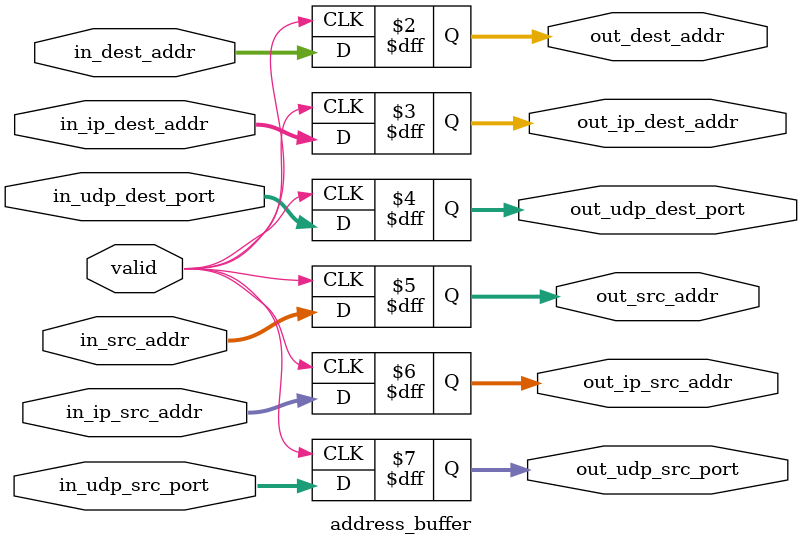
<source format=v>
`timescale 1ns / 1ps


module address_buffer
(
    input [47:0] in_dest_addr,
    input [31:0] in_ip_dest_addr,
    input [15:0] in_udp_dest_port,
    input [47:0] in_src_addr,
    input [31:0] in_ip_src_addr,
    input [15:0] in_udp_src_port,
    input valid,

    output reg [47:0] out_dest_addr,
    output reg [31:0] out_ip_dest_addr,
    output reg [15:0] out_udp_dest_port,
    output reg [47:0] out_src_addr,
    output reg [31:0] out_ip_src_addr,
    output reg [15:0] out_udp_src_port
);
    
    
always @(posedge valid) begin
    out_dest_addr <= in_dest_addr;
    out_src_addr <= in_src_addr;
    out_ip_dest_addr <= in_ip_dest_addr;
    out_ip_src_addr <= in_ip_src_addr;
    out_udp_dest_port <= in_udp_dest_port;
    out_udp_src_port <= in_udp_src_port;
end
endmodule

</source>
